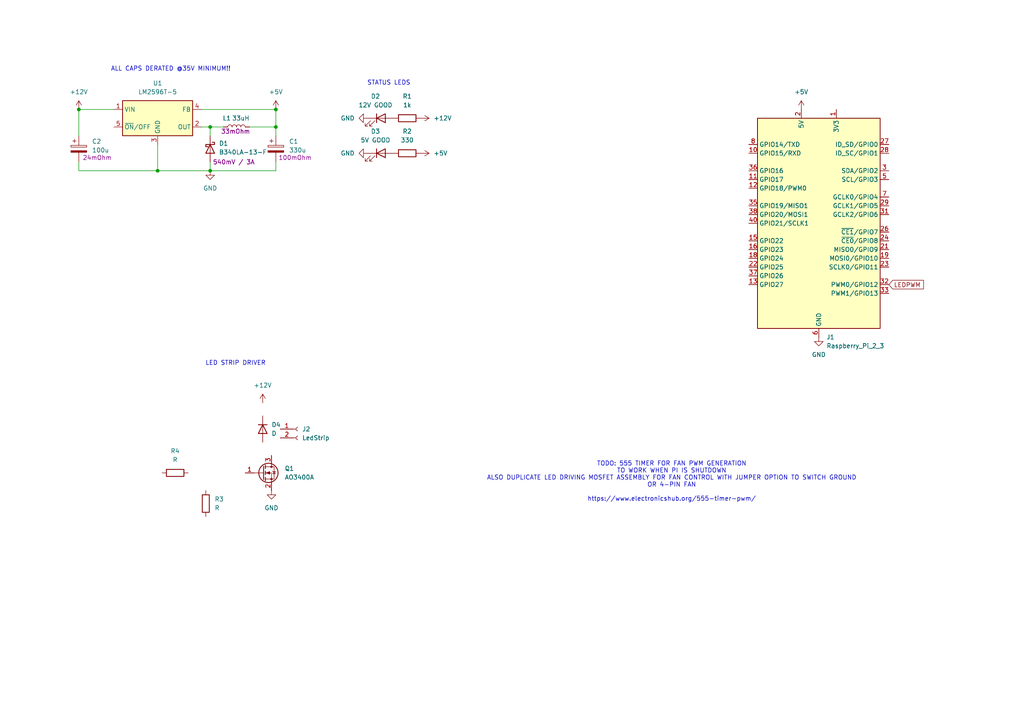
<source format=kicad_sch>
(kicad_sch (version 20231120) (generator "eeschema") (generator_version "8.0")
  (paper "A4")
  (lib_symbols
    (symbol "Connector:Conn_01x02_Socket" (pin_names (offset 1.016) hide)
      (property "Reference" "J" (at 0 2.54 0))
      (property "Value" "Conn_01x02_Socket" (at 0 -5.08 0))
      (symbol "Conn_01x02_Socket_1_1"
        (arc (start 0 -2.032) (mid -0.5058 -2.54) (end 0 -3.048) (stroke (width 0.1524)))
        (polyline (pts (xy -1.27 -2.54) (xy -0.508 -2.54)) (stroke (width 0.1524)))
        (polyline (pts (xy -1.27 0) (xy -0.508 0)) (stroke (width 0.1524)))
        (arc (start 0 0.508) (mid -0.5058 0) (end 0 -0.508) (stroke (width 0.1524)))
        (pin passive line (at -5.08 0 0) (length 3.81) (name "Pin_1") (number "1"))
        (pin passive line (at -5.08 -2.54 0) (length 3.81) (name "Pin_2") (number "2"))
      )
    )
    (symbol "Connector:Raspberry_Pi_2_3"
      (property "Reference" "J" (at -17.78 31.75 0))
      (property "Value" "Raspberry_Pi_2_3" (at 10.16 -31.75 0))
      (symbol "Raspberry_Pi_2_3_0_1"
        (rectangle (start -17.78 30.48) (end 17.78 -30.48) (stroke (width 0.254)) (fill (type background)))
      )
      (symbol "Raspberry_Pi_2_3_1_1"
        (pin power_in line (at 5.08 33.02 270) (length 2.54) (name "3V3") (number "1"))
        (pin bidirectional line (at -20.32 20.32 0) (length 2.54) (name "GPIO15/RXD") (number "10"))
        (pin bidirectional line (at -20.32 12.7 0) (length 2.54) (name "GPIO17") (number "11"))
        (pin bidirectional line (at -20.32 10.16 0) (length 2.54) (name "GPIO18/PWM0") (number "12"))
        (pin bidirectional line (at -20.32 -17.78 0) (length 2.54) (name "GPIO27") (number "13"))
        (pin passive line (at 0 -33.02 90) (length 2.54) hide (name "GND") (number "14"))
        (pin bidirectional line (at -20.32 -5.08 0) (length 2.54) (name "GPIO22") (number "15"))
        (pin bidirectional line (at -20.32 -7.62 0) (length 2.54) (name "GPIO23") (number "16"))
        (pin passive line (at 5.08 33.02 270) (length 2.54) hide (name "3V3") (number "17"))
        (pin bidirectional line (at -20.32 -10.16 0) (length 2.54) (name "GPIO24") (number "18"))
        (pin bidirectional line (at 20.32 -10.16 180) (length 2.54) (name "MOSI0/GPIO10") (number "19"))
        (pin power_in line (at -5.08 33.02 270) (length 2.54) (name "5V") (number "2"))
        (pin passive line (at 0 -33.02 90) (length 2.54) hide (name "GND") (number "20"))
        (pin bidirectional line (at 20.32 -7.62 180) (length 2.54) (name "MISO0/GPIO9") (number "21"))
        (pin bidirectional line (at -20.32 -12.7 0) (length 2.54) (name "GPIO25") (number "22"))
        (pin bidirectional line (at 20.32 -12.7 180) (length 2.54) (name "SCLK0/GPIO11") (number "23"))
        (pin bidirectional line (at 20.32 -5.08 180) (length 2.54) (name "~{CE0}/GPIO8") (number "24"))
        (pin passive line (at 0 -33.02 90) (length 2.54) hide (name "GND") (number "25"))
        (pin bidirectional line (at 20.32 -2.54 180) (length 2.54) (name "~{CE1}/GPIO7") (number "26"))
        (pin bidirectional line (at 20.32 22.86 180) (length 2.54) (name "ID_SD/GPIO0") (number "27"))
        (pin bidirectional line (at 20.32 20.32 180) (length 2.54) (name "ID_SC/GPIO1") (number "28"))
        (pin bidirectional line (at 20.32 5.08 180) (length 2.54) (name "GCLK1/GPIO5") (number "29"))
        (pin bidirectional line (at 20.32 15.24 180) (length 2.54) (name "SDA/GPIO2") (number "3"))
        (pin passive line (at 0 -33.02 90) (length 2.54) hide (name "GND") (number "30"))
        (pin bidirectional line (at 20.32 2.54 180) (length 2.54) (name "GCLK2/GPIO6") (number "31"))
        (pin bidirectional line (at 20.32 -17.78 180) (length 2.54) (name "PWM0/GPIO12") (number "32"))
        (pin bidirectional line (at 20.32 -20.32 180) (length 2.54) (name "PWM1/GPIO13") (number "33"))
        (pin passive line (at 0 -33.02 90) (length 2.54) hide (name "GND") (number "34"))
        (pin bidirectional line (at -20.32 5.08 0) (length 2.54) (name "GPIO19/MISO1") (number "35"))
        (pin bidirectional line (at -20.32 15.24 0) (length 2.54) (name "GPIO16") (number "36"))
        (pin bidirectional line (at -20.32 -15.24 0) (length 2.54) (name "GPIO26") (number "37"))
        (pin bidirectional line (at -20.32 2.54 0) (length 2.54) (name "GPIO20/MOSI1") (number "38"))
        (pin passive line (at 0 -33.02 90) (length 2.54) hide (name "GND") (number "39"))
        (pin passive line (at -5.08 33.02 270) (length 2.54) hide (name "5V") (number "4"))
        (pin bidirectional line (at -20.32 0 0) (length 2.54) (name "GPIO21/SCLK1") (number "40"))
        (pin bidirectional line (at 20.32 12.7 180) (length 2.54) (name "SCL/GPIO3") (number "5"))
        (pin power_in line (at 0 -33.02 90) (length 2.54) (name "GND") (number "6"))
        (pin bidirectional line (at 20.32 7.62 180) (length 2.54) (name "GCLK0/GPIO4") (number "7"))
        (pin bidirectional line (at -20.32 22.86 0) (length 2.54) (name "GPIO14/TXD") (number "8"))
        (pin passive line (at 0 -33.02 90) (length 2.54) hide (name "GND") (number "9"))
      )
    )
    (symbol "Device:C_Polarized" (pin_numbers hide) (pin_names (offset 0.254))
      (property "Reference" "C" (at 0.635 2.54 0))
      (property "Value" "C_Polarized" (at 0.635 -2.54 0))
      (symbol "C_Polarized_0_1"
        (rectangle (start -2.286 0.508) (end 2.286 1.016))
        (polyline (pts (xy -1.778 2.286) (xy -0.762 2.286)))
        (polyline (pts (xy -1.27 2.794) (xy -1.27 1.778)))
        (rectangle (start 2.286 -0.508) (end -2.286 -1.016) (fill (type outline)))
      )
      (symbol "C_Polarized_1_1"
        (pin passive line (at 0 3.81 270) (length 2.794) (name "~") (number "1"))
        (pin passive line (at 0 -3.81 90) (length 2.794) (name "~") (number "2"))
      )
    )
    (symbol "Device:D" (pin_numbers hide) (pin_names (offset 1.016) hide)
      (property "Reference" "D" (at 0 2.54 0))
      (property "Value" "D" (at 0 -2.54 0))
      (symbol "D_0_1"
        (polyline (pts (xy -1.27 1.27) (xy -1.27 -1.27)) (stroke (width 0.254)))
        (polyline (pts (xy 1.27 0) (xy -1.27 0)))
        (polyline (pts (xy 1.27 1.27) (xy 1.27 -1.27) (xy -1.27 0) (xy 1.27 1.27)) (stroke (width 0.254)))
      )
      (symbol "D_1_1"
        (pin passive line (at -3.81 0 0) (length 2.54) (name "K") (number "1"))
        (pin passive line (at 3.81 0 180) (length 2.54) (name "A") (number "2"))
      )
    )
    (symbol "Device:D_Schottky" (pin_numbers hide) (pin_names (offset 1.016) hide)
      (property "Reference" "D" (at 0 2.54 0))
      (property "Value" "D_Schottky" (at 0 -2.54 0))
      (symbol "D_Schottky_0_1"
        (polyline (pts (xy 1.27 0) (xy -1.27 0)))
        (polyline (pts (xy 1.27 1.27) (xy 1.27 -1.27) (xy -1.27 0) (xy 1.27 1.27)) (stroke (width 0.254)))
        (polyline (pts (xy -1.905 0.635) (xy -1.905 1.27) (xy -1.27 1.27) (xy -1.27 -1.27) (xy -0.635 -1.27) (xy -0.635 -0.635)) (stroke (width 0.254)))
      )
      (symbol "D_Schottky_1_1"
        (pin passive line (at -3.81 0 0) (length 2.54) (name "K") (number "1"))
        (pin passive line (at 3.81 0 180) (length 2.54) (name "A") (number "2"))
      )
    )
    (symbol "Device:L" (pin_numbers hide) (pin_names (offset 1.016) hide)
      (property "Reference" "L" (at -1.27 0 90))
      (property "Value" "L" (at 1.905 0 90))
      (symbol "L_0_1"
        (arc (start 0 -2.54) (mid 0.6323 -1.905) (end 0 -1.27))
        (arc (start 0 -1.27) (mid 0.6323 -0.635) (end 0 0))
        (arc (start 0 0) (mid 0.6323 0.635) (end 0 1.27))
        (arc (start 0 1.27) (mid 0.6323 1.905) (end 0 2.54))
      )
      (symbol "L_1_1"
        (pin passive line (at 0 3.81 270) (length 1.27) (name "1") (number "1"))
        (pin passive line (at 0 -3.81 90) (length 1.27) (name "2") (number "2"))
      )
    )
    (symbol "Device:LED" (pin_numbers hide) (pin_names (offset 1.016) hide)
      (property "Reference" "D" (at 0 2.54 0))
      (property "Value" "LED" (at 0 -2.54 0))
      (symbol "LED_0_1"
        (polyline (pts (xy -1.27 -1.27) (xy -1.27 1.27)) (stroke (width 0.254)))
        (polyline (pts (xy -1.27 0) (xy 1.27 0)))
        (polyline (pts (xy 1.27 -1.27) (xy 1.27 1.27) (xy -1.27 0) (xy 1.27 -1.27)) (stroke (width 0.254)))
        (polyline (pts (xy -3.048 -0.762) (xy -4.572 -2.286) (xy -3.81 -2.286) (xy -4.572 -2.286) (xy -4.572 -1.524)))
        (polyline (pts (xy -1.778 -0.762) (xy -3.302 -2.286) (xy -2.54 -2.286) (xy -3.302 -2.286) (xy -3.302 -1.524)))
      )
      (symbol "LED_1_1"
        (pin passive line (at -3.81 0 0) (length 2.54) (name "K") (number "1"))
        (pin passive line (at 3.81 0 180) (length 2.54) (name "A") (number "2"))
      )
    )
    (symbol "Device:R" (pin_numbers hide) (pin_names (offset 0))
      (property "Reference" "R" (at 2.032 0 90))
      (property "Value" "R" (at 0 0 90))
      (symbol "R_0_1"
        (rectangle (start -1.016 -2.54) (end 1.016 2.54) (stroke (width 0.254)))
      )
      (symbol "R_1_1"
        (pin passive line (at 0 3.81 270) (length 1.27) (name "~") (number "1"))
        (pin passive line (at 0 -3.81 90) (length 1.27) (name "~") (number "2"))
      )
    )
    (symbol "Regulator_Switching:LM2596T-5"
      (property "Reference" "U" (at -10.16 6.35 0))
      (property "Value" "LM2596T-5" (at 0 6.35 0))
      (symbol "LM2596T-5_0_1"
        (rectangle (start -10.16 5.08) (end 10.16 -5.08) (stroke (width 0.254)) (fill (type background)))
      )
      (symbol "LM2596T-5_1_1"
        (pin power_in line (at -12.7 2.54 0) (length 2.54) (name "VIN") (number "1"))
        (pin output line (at 12.7 -2.54 180) (length 2.54) (name "OUT") (number "2"))
        (pin power_in line (at 0 -7.62 90) (length 2.54) (name "GND") (number "3"))
        (pin input line (at 12.7 2.54 180) (length 2.54) (name "FB") (number "4"))
        (pin input line (at -12.7 -2.54 0) (length 2.54) (name "~{ON}/OFF") (number "5"))
      )
    )
    (symbol "Transistor_FET:AO3400A" (pin_names hide)
      (property "Reference" "Q" (at 5.08 1.905 0))
      (property "Value" "AO3400A" (at 5.08 0 0))
      (symbol "AO3400A_0_1"
        (polyline (pts (xy 0.254 0) (xy -2.54 0)))
        (polyline (pts (xy 0.254 1.905) (xy 0.254 -1.905)) (stroke (width 0.254)))
        (polyline (pts (xy 0.762 -1.27) (xy 0.762 -2.286)) (stroke (width 0.254)))
        (polyline (pts (xy 0.762 0.508) (xy 0.762 -0.508)) (stroke (width 0.254)))
        (polyline (pts (xy 0.762 2.286) (xy 0.762 1.27)) (stroke (width 0.254)))
        (polyline (pts (xy 2.54 2.54) (xy 2.54 1.778)))
        (polyline (pts (xy 2.54 -2.54) (xy 2.54 0) (xy 0.762 0)))
        (polyline (pts (xy 0.762 -1.778) (xy 3.302 -1.778) (xy 3.302 1.778) (xy 0.762 1.778)))
        (polyline (pts (xy 1.016 0) (xy 2.032 0.381) (xy 2.032 -0.381) (xy 1.016 0)) (fill (type outline)))
        (polyline (pts (xy 2.794 0.508) (xy 2.921 0.381) (xy 3.683 0.381) (xy 3.81 0.254)))
        (polyline (pts (xy 3.302 0.381) (xy 2.921 -0.254) (xy 3.683 -0.254) (xy 3.302 0.381)))
        (circle (center 1.651 0) (radius 2.794) (stroke (width 0.254)))
        (circle (center 2.54 -1.778) (radius 0.254) (fill (type outline)))
        (circle (center 2.54 1.778) (radius 0.254) (fill (type outline)))
      )
      (symbol "AO3400A_1_1"
        (pin input line (at -5.08 0 0) (length 2.54) (name "G") (number "1"))
        (pin passive line (at 2.54 -5.08 90) (length 2.54) (name "S") (number "2"))
        (pin passive line (at 2.54 5.08 270) (length 2.54) (name "D") (number "3"))
      )
    )
    (symbol "power:+12V" (power) (pin_numbers hide) (pin_names (offset 0) hide)
      (property "Value" "+12V" (at 0 3.556 0))
      (symbol "+12V_0_1"
        (polyline (pts (xy -0.762 1.27) (xy 0 2.54)))
        (polyline (pts (xy 0 0) (xy 0 2.54)))
        (polyline (pts (xy 0 2.54) (xy 0.762 1.27)))
      )
      (symbol "+12V_1_1"
        (pin power_in line (at 0 0 90) (length 0) (name "~") (number "1"))
      )
    )
    (symbol "power:+5V" (power) (pin_numbers hide) (pin_names (offset 0) hide)
      (property "Value" "+5V" (at 0 3.556 0))
      (symbol "+5V_0_1"
        (polyline (pts (xy -0.762 1.27) (xy 0 2.54)))
        (polyline (pts (xy 0 0) (xy 0 2.54)))
        (polyline (pts (xy 0 2.54) (xy 0.762 1.27)))
      )
      (symbol "+5V_1_1"
        (pin power_in line (at 0 0 90) (length 0) (name "~") (number "1"))
      )
    )
    (symbol "power:GND" (power) (pin_numbers hide) (pin_names (offset 0) hide)
      (property "Value" "GND" (at 0 -3.81 0))
      (symbol "GND_0_1"
        (polyline (pts (xy 0 0) (xy 0 -1.27) (xy 1.27 -1.27) (xy 0 -2.54) (xy -1.27 -1.27) (xy 0 -1.27)))
      )
      (symbol "GND_1_1"
        (pin power_in line (at 0 0 270) (length 0) (name "~") (number "1"))
      )
    )
  )
  (junction (at 60.96 36.83))
  (junction (at 80.01 31.75))
  (junction (at 45.72 49.53))
  (junction (at 22.86 31.75))
  (junction (at 60.96 49.53))
  (junction (at 80.01 36.83))
  (wire (pts (xy 80.01 31.75) (xy 58.42 31.75)))
  (wire (pts (xy 80.01 46.99) (xy 80.01 49.53)))
  (wire (pts (xy 22.86 39.37) (xy 22.86 31.75)))
  (wire (pts (xy 80.01 36.83) (xy 80.01 39.37)))
  (wire (pts (xy 45.72 49.53) (xy 60.96 49.53)))
  (wire (pts (xy 45.72 41.91) (xy 45.72 49.53)))
  (wire (pts (xy 60.96 46.99) (xy 60.96 49.53)))
  (wire (pts (xy 60.96 36.83) (xy 60.96 39.37)))
  (wire (pts (xy 22.86 31.75) (xy 33.02 31.75)))
  (wire (pts (xy 22.86 49.53) (xy 22.86 46.99)))
  (wire (pts (xy 45.72 49.53) (xy 22.86 49.53)))
  (wire (pts (xy 80.01 49.53) (xy 60.96 49.53)))
  (wire (pts (xy 80.01 36.83) (xy 80.01 31.75)))
  (wire (pts (xy 60.96 36.83) (xy 64.77 36.83)))
  (wire (pts (xy 58.42 36.83) (xy 60.96 36.83)))
  (wire (pts (xy 72.39 36.83) (xy 80.01 36.83)))
  (text "TODO: 555 TIMER FOR FAN PWM GENERATION\nTO WORK WHEN PI IS SHUTDOWN\nALSO DUPLICATE LED DRIVING MOSFET ASSEMBLY FOR FAN CONTROL WITH JUMPER OPTION TO SWITCH GROUND\nOR 4-PIN FAN\n\nhttps://www.electronicshub.org/555-timer-pwm/" (at 194.818 139.7 0) (effects (font (size 1.27 1.27))))
  (text "STATUS LEDS\n" (exclude_from_sim yes) (at 112.776 24.13 0) (effects (font (size 1.27 1.27))))
  (text "ALL CAPS DERATED @35V MINIMUM!!" (exclude_from_sim yes) (at 49.53 20.066 0) (effects (font (size 1.27 1.27))))
  (text "LED STRIP DRIVER" (exclude_from_sim yes) (at 68.326 105.41 0) (effects (font (size 1.27 1.27))))
  (global_label "LEDPWM" (shape input) (at 257.81 82.55 0) (property "Intersheetrefs" "${INTERSHEET_REFS}" (effects (hide yes))))
  (symbol (lib_id "Connector:Raspberry_Pi_2_3") (at 237.49 64.77 0) (unit 1)
    (property "Reference" "J1" (at 239.6841 97.79 0) (effects (justify left)))
    (property "Value" "Raspberry_Pi_2_3" (at 239.6841 100.33 0) (effects (justify left)))
    (property "Datasheet" "https://www.raspberrypi.org/documentation/hardware/raspberrypi/schematics/rpi_SCH_3bplus_1p0_reduced.pdf" (effects (hide yes)))
    (property "Description" "expansion header for Raspberry Pi 2 & 3" (effects (hide yes)))
  )
  (symbol (lib_id "Device:R") (at 118.11 34.29 90) (unit 1)
    (property "Reference" "R1" (at 118.11 27.94 90))
    (property "Value" "1k" (at 118.11 30.48 90))
    (property "Description" "Resistor" (effects (hide yes)))
  )
  (symbol (lib_id "Device:L") (at 68.58 36.83 90) (unit 1)
    (property "Reference" "L1" (at 65.786 34.29 90))
    (property "Value" "33uH" (at 69.85 34.29 90))
    (property "Description" "Inductor" (effects (hide yes)))
    (property "Resistance" "33mOhm" (at 68.326 38.1 90))
  )
  (symbol (lib_id "power:+12V") (at 121.92 34.29 270) (unit 1)
    (property "Reference" "#PWR07" (effects (hide yes)))
    (property "Value" "+12V" (at 125.73 34.2899 90) (effects (justify left)))
    (property "Description" "Power symbol creates a global label with name \"+12V\"" (effects (hide yes)))
  )
  (symbol (lib_id "Regulator_Switching:LM2596T-5") (at 45.72 34.29 0) (unit 1)
    (property "Reference" "U1" (at 45.72 24.13 0))
    (property "Value" "LM2596T-5" (at 45.72 26.67 0))
    (property "Footprint" "Package_TO_SOT_THT:TO-220-5_P3.4x3.7mm_StaggerOdd_Lead3.8mm_Vertical" (effects (hide yes)))
    (property "Datasheet" "http://www.ti.com/lit/ds/symlink/lm2596.pdf" (effects (hide yes)))
    (property "Description" "5V 3A 150kHz Step-Down Voltage Regulator, TO-220" (effects (hide yes)))
    (property "Link" "https://www.tme.eu/ro/details/lm2596r-5.0-tt/regulatoare-de-tensiune-circuite-dc-dc/taejin-technology-htc-korea/lm2596r-5-0/" (effects (hide yes)))
  )
  (symbol (lib_id "Device:C_Polarized") (at 22.86 43.18 0) (unit 1)
    (property "Reference" "C2" (at 26.67 41.0209 0) (effects (justify left)))
    (property "Value" "100u" (at 26.67 43.5609 0) (effects (justify left)))
    (property "Description" "Polarized capacitor" (effects (hide yes)))
    (property "Resistance" "24mOhm" (at 28.194 45.72 0))
  )
  (symbol (lib_id "Connector:Conn_01x02_Socket") (at 86.36 124.46 0) (unit 1)
    (property "Reference" "J2" (at 87.63 124.4599 0) (effects (justify left)))
    (property "Value" "LedStrip" (at 87.63 126.9999 0) (effects (justify left)))
    (property "Description" "Generic connector, single row, 01x02, script generated" (effects (hide yes)))
  )
  (symbol (lib_id "Transistor_FET:AO3400A") (at 76.2 137.16 0) (unit 1)
    (property "Reference" "Q1" (at 82.55 135.8899 0) (effects (justify left)))
    (property "Value" "AO3400A" (at 82.55 138.4299 0) (effects (justify left)))
    (property "Footprint" "Package_TO_SOT_SMD:SOT-23" (effects (hide yes)))
    (property "Datasheet" "http://www.aosmd.com/pdfs/datasheet/AO3400A.pdf" (effects (hide yes)))
    (property "Description" "30V Vds, 5.7A Id, N-Channel MOSFET, SOT-23" (effects (hide yes)))
  )
  (symbol (lib_id "power:+5V") (at 80.01 31.75 0) (unit 1)
    (property "Reference" "#PWR02" (effects (hide yes)))
    (property "Value" "+5V" (at 80.01 26.67 0))
    (property "Description" "Power symbol creates a global label with name \"+5V\"" (effects (hide yes)))
  )
  (symbol (lib_id "Device:R") (at 59.69 146.05 0) (unit 1)
    (property "Reference" "R3" (at 62.23 144.7799 0) (effects (justify left)))
    (property "Value" "R" (at 62.23 147.3199 0) (effects (justify left)))
    (property "Description" "Resistor" (effects (hide yes)))
  )
  (symbol (lib_id "Device:C_Polarized") (at 80.01 43.18 0) (unit 1)
    (property "Reference" "C1" (at 83.82 41.0209 0) (effects (justify left)))
    (property "Value" "330u" (at 83.82 43.5609 0) (effects (justify left)))
    (property "Description" "Polarized capacitor" (effects (hide yes)))
    (property "Resistance" "100mOhm" (at 85.598 45.72 0))
  )
  (symbol (lib_id "power:GND") (at 106.68 34.29 270) (unit 1)
    (property "Reference" "#PWR04" (effects (hide yes)))
    (property "Value" "GND" (at 102.87 34.2899 90) (effects (justify right)))
    (property "Description" "Power symbol creates a global label with name \"GND\" , ground" (effects (hide yes)))
  )
  (symbol (lib_id "Device:D") (at 76.2 124.46 270) (unit 1)
    (property "Reference" "D4" (at 78.74 123.1899 90) (effects (justify left)))
    (property "Value" "D" (at 78.74 125.7299 90) (effects (justify left)))
    (property "Description" "Diode" (effects (hide yes)))
    (property "Sim.Device" "D" (effects (hide yes)))
    (property "Sim.Pins" "1=K 2=A" (effects (hide yes)))
  )
  (symbol (lib_id "power:+12V") (at 76.2 116.84 0) (unit 1)
    (property "Reference" "#PWR011" (effects (hide yes)))
    (property "Value" "+12V" (at 76.2 111.76 0))
    (property "Description" "Power symbol creates a global label with name \"+12V\"" (effects (hide yes)))
  )
  (symbol (lib_id "Device:LED") (at 110.49 44.45 0) (unit 1)
    (property "Reference" "D3" (at 108.9025 38.1 0))
    (property "Value" "5V GOOD" (at 108.9025 40.64 0))
    (property "Description" "Light emitting diode" (effects (hide yes)))
  )
  (symbol (lib_id "Device:R") (at 118.11 44.45 90) (unit 1)
    (property "Reference" "R2" (at 118.11 38.1 90))
    (property "Value" "330" (at 118.11 40.64 90))
    (property "Description" "Resistor" (effects (hide yes)))
  )
  (symbol (lib_id "power:+5V") (at 232.41 31.75 0) (unit 1)
    (property "Reference" "#PWR08" (effects (hide yes)))
    (property "Value" "+5V" (at 232.41 26.67 0))
    (property "Description" "Power symbol creates a global label with name \"+5V\"" (effects (hide yes)))
  )
  (symbol (lib_id "power:GND") (at 106.68 44.45 270) (unit 1)
    (property "Reference" "#PWR05" (effects (hide yes)))
    (property "Value" "GND" (at 102.87 44.4499 90) (effects (justify right)))
    (property "Description" "Power symbol creates a global label with name \"GND\" , ground" (effects (hide yes)))
  )
  (symbol (lib_id "Device:R") (at 50.8 137.16 270) (unit 1)
    (property "Reference" "R4" (at 50.8 130.81 90))
    (property "Value" "R" (at 50.8 133.35 90))
    (property "Description" "Resistor" (effects (hide yes)))
  )
  (symbol (lib_id "Device:D_Schottky") (at 60.96 43.18 270) (unit 1)
    (property "Reference" "D1" (at 63.5 41.5924 90) (effects (justify left)))
    (property "Value" "B340LA-13-F" (at 63.5 44.1324 90) (effects (justify left)))
    (property "Description" "Schottky diode" (effects (hide yes)))
    (property "Spec" "540mV / 3A" (at 67.818 46.99 90))
  )
  (symbol (lib_id "power:GND") (at 60.96 49.53 0) (unit 1)
    (property "Reference" "#PWR03" (effects (hide yes)))
    (property "Value" "GND" (at 60.96 54.61 0))
    (property "Description" "Power symbol creates a global label with name \"GND\" , ground" (effects (hide yes)))
  )
  (symbol (lib_id "power:+5V") (at 121.92 44.45 270) (unit 1)
    (property "Reference" "#PWR06" (effects (hide yes)))
    (property "Value" "+5V" (at 125.73 44.4499 90) (effects (justify left)))
    (property "Description" "Power symbol creates a global label with name \"+5V\"" (effects (hide yes)))
  )
  (symbol (lib_id "power:GND") (at 237.49 97.79 0) (unit 1)
    (property "Reference" "#PWR09" (effects (hide yes)))
    (property "Value" "GND" (at 237.49 102.87 0))
    (property "Description" "Power symbol creates a global label with name \"GND\" , ground" (effects (hide yes)))
  )
  (symbol (lib_id "power:GND") (at 78.74 142.24 0) (unit 1)
    (property "Reference" "#PWR010" (effects (hide yes)))
    (property "Value" "GND" (at 78.74 147.32 0))
    (property "Description" "Power symbol creates a global label with name \"GND\" , ground" (effects (hide yes)))
  )
  (symbol (lib_id "power:+12V") (at 22.86 31.75 0) (unit 1)
    (property "Reference" "#PWR01" (effects (hide yes)))
    (property "Value" "+12V" (at 22.86 26.67 0))
    (property "Description" "Power symbol creates a global label with name \"+12V\"" (effects (hide yes)))
  )
  (symbol (lib_id "Device:LED") (at 110.49 34.29 0) (unit 1)
    (property "Reference" "D2" (at 108.9025 27.94 0))
    (property "Value" "12V GOOD" (at 108.9025 30.48 0))
    (property "Description" "Light emitting diode" (effects (hide yes)))
  )
)
</source>
